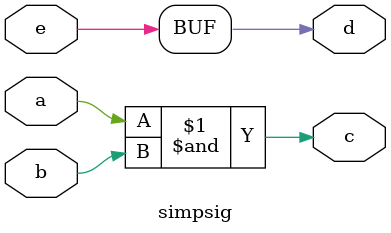
<source format=v>

module simpsig (a, b, e, c, d);

input  a, b, e;
output c, d;

    assign c = a & b;
    assign d = e;

endmodule


</source>
